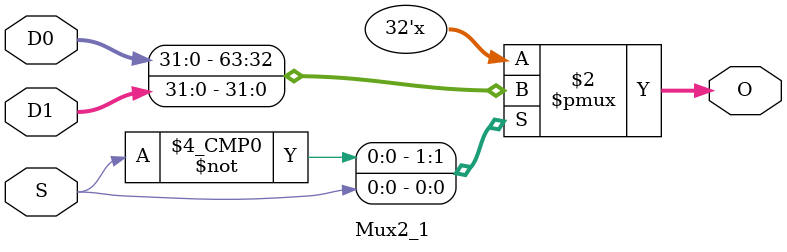
<source format=v>
module Mux2_1(S,D0,D1,O);
input S;
input [31:0] D0,D1;
output reg [31:0] O;

always @(*)
	case(S)
	0: O=D0;
	1: O=D1;
	endcase
	
endmodule
</source>
